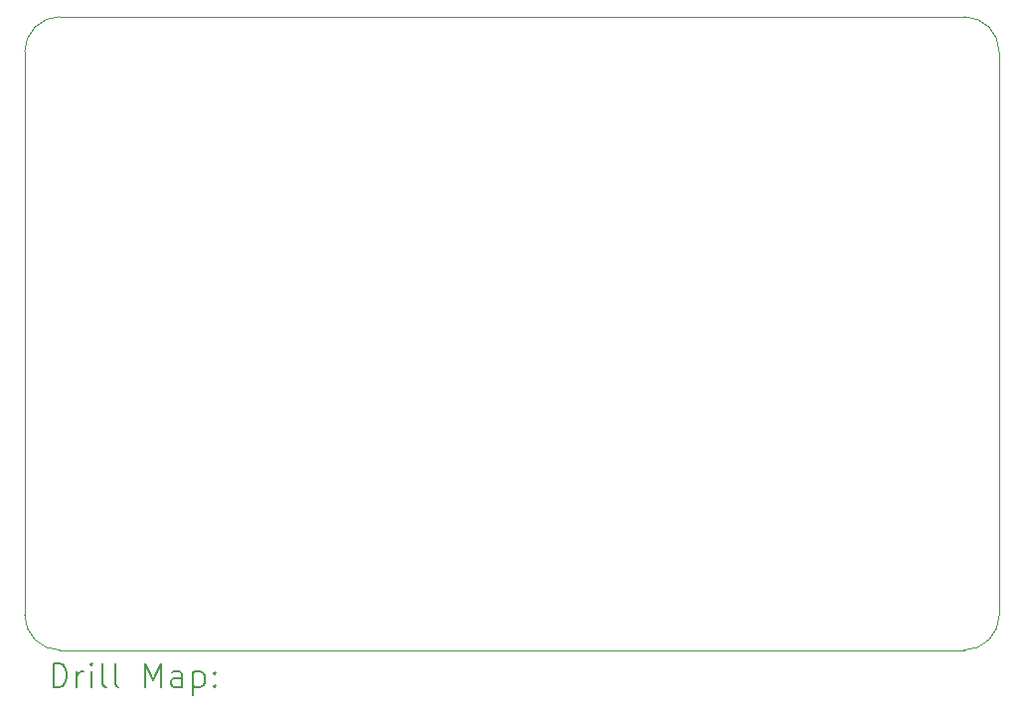
<source format=gbr>
%TF.GenerationSoftware,KiCad,Pcbnew,7.0.2-6a45011f42~172~ubuntu20.04.1*%
%TF.CreationDate,2023-05-20T00:09:14+02:00*%
%TF.ProjectId,pongCard,706f6e67-4361-4726-942e-6b696361645f,rev?*%
%TF.SameCoordinates,Original*%
%TF.FileFunction,Drillmap*%
%TF.FilePolarity,Positive*%
%FSLAX45Y45*%
G04 Gerber Fmt 4.5, Leading zero omitted, Abs format (unit mm)*
G04 Created by KiCad (PCBNEW 7.0.2-6a45011f42~172~ubuntu20.04.1) date 2023-05-20 00:09:14*
%MOMM*%
%LPD*%
G01*
G04 APERTURE LIST*
%ADD10C,0.050000*%
%ADD11C,0.200000*%
G04 APERTURE END LIST*
D10*
X6350000Y-6050000D02*
G75*
G03*
X6050000Y-6350000I0J-300000D01*
G01*
X6050000Y-11150000D02*
G75*
G03*
X6350000Y-11450000I300000J0D01*
G01*
X6350000Y-11450000D02*
X14050000Y-11450000D01*
X14350000Y-6350000D02*
G75*
G03*
X14050000Y-6050000I-300000J0D01*
G01*
X14050000Y-11450000D02*
G75*
G03*
X14350000Y-11150000I0J300000D01*
G01*
X14350000Y-6350000D02*
X14350000Y-11150000D01*
X6350000Y-6050000D02*
X14050000Y-6050000D01*
X6050000Y-6350000D02*
X6050000Y-11150000D01*
D11*
X6295119Y-11765024D02*
X6295119Y-11565024D01*
X6295119Y-11565024D02*
X6342738Y-11565024D01*
X6342738Y-11565024D02*
X6371309Y-11574548D01*
X6371309Y-11574548D02*
X6390357Y-11593595D01*
X6390357Y-11593595D02*
X6399881Y-11612643D01*
X6399881Y-11612643D02*
X6409405Y-11650738D01*
X6409405Y-11650738D02*
X6409405Y-11679309D01*
X6409405Y-11679309D02*
X6399881Y-11717405D01*
X6399881Y-11717405D02*
X6390357Y-11736452D01*
X6390357Y-11736452D02*
X6371309Y-11755500D01*
X6371309Y-11755500D02*
X6342738Y-11765024D01*
X6342738Y-11765024D02*
X6295119Y-11765024D01*
X6495119Y-11765024D02*
X6495119Y-11631690D01*
X6495119Y-11669786D02*
X6504643Y-11650738D01*
X6504643Y-11650738D02*
X6514167Y-11641214D01*
X6514167Y-11641214D02*
X6533214Y-11631690D01*
X6533214Y-11631690D02*
X6552262Y-11631690D01*
X6618928Y-11765024D02*
X6618928Y-11631690D01*
X6618928Y-11565024D02*
X6609405Y-11574548D01*
X6609405Y-11574548D02*
X6618928Y-11584071D01*
X6618928Y-11584071D02*
X6628452Y-11574548D01*
X6628452Y-11574548D02*
X6618928Y-11565024D01*
X6618928Y-11565024D02*
X6618928Y-11584071D01*
X6742738Y-11765024D02*
X6723690Y-11755500D01*
X6723690Y-11755500D02*
X6714167Y-11736452D01*
X6714167Y-11736452D02*
X6714167Y-11565024D01*
X6847500Y-11765024D02*
X6828452Y-11755500D01*
X6828452Y-11755500D02*
X6818928Y-11736452D01*
X6818928Y-11736452D02*
X6818928Y-11565024D01*
X7076071Y-11765024D02*
X7076071Y-11565024D01*
X7076071Y-11565024D02*
X7142738Y-11707881D01*
X7142738Y-11707881D02*
X7209405Y-11565024D01*
X7209405Y-11565024D02*
X7209405Y-11765024D01*
X7390357Y-11765024D02*
X7390357Y-11660262D01*
X7390357Y-11660262D02*
X7380833Y-11641214D01*
X7380833Y-11641214D02*
X7361786Y-11631690D01*
X7361786Y-11631690D02*
X7323690Y-11631690D01*
X7323690Y-11631690D02*
X7304643Y-11641214D01*
X7390357Y-11755500D02*
X7371309Y-11765024D01*
X7371309Y-11765024D02*
X7323690Y-11765024D01*
X7323690Y-11765024D02*
X7304643Y-11755500D01*
X7304643Y-11755500D02*
X7295119Y-11736452D01*
X7295119Y-11736452D02*
X7295119Y-11717405D01*
X7295119Y-11717405D02*
X7304643Y-11698357D01*
X7304643Y-11698357D02*
X7323690Y-11688833D01*
X7323690Y-11688833D02*
X7371309Y-11688833D01*
X7371309Y-11688833D02*
X7390357Y-11679309D01*
X7485595Y-11631690D02*
X7485595Y-11831690D01*
X7485595Y-11641214D02*
X7504643Y-11631690D01*
X7504643Y-11631690D02*
X7542738Y-11631690D01*
X7542738Y-11631690D02*
X7561786Y-11641214D01*
X7561786Y-11641214D02*
X7571309Y-11650738D01*
X7571309Y-11650738D02*
X7580833Y-11669786D01*
X7580833Y-11669786D02*
X7580833Y-11726928D01*
X7580833Y-11726928D02*
X7571309Y-11745976D01*
X7571309Y-11745976D02*
X7561786Y-11755500D01*
X7561786Y-11755500D02*
X7542738Y-11765024D01*
X7542738Y-11765024D02*
X7504643Y-11765024D01*
X7504643Y-11765024D02*
X7485595Y-11755500D01*
X7666548Y-11745976D02*
X7676071Y-11755500D01*
X7676071Y-11755500D02*
X7666548Y-11765024D01*
X7666548Y-11765024D02*
X7657024Y-11755500D01*
X7657024Y-11755500D02*
X7666548Y-11745976D01*
X7666548Y-11745976D02*
X7666548Y-11765024D01*
X7666548Y-11641214D02*
X7676071Y-11650738D01*
X7676071Y-11650738D02*
X7666548Y-11660262D01*
X7666548Y-11660262D02*
X7657024Y-11650738D01*
X7657024Y-11650738D02*
X7666548Y-11641214D01*
X7666548Y-11641214D02*
X7666548Y-11660262D01*
M02*

</source>
